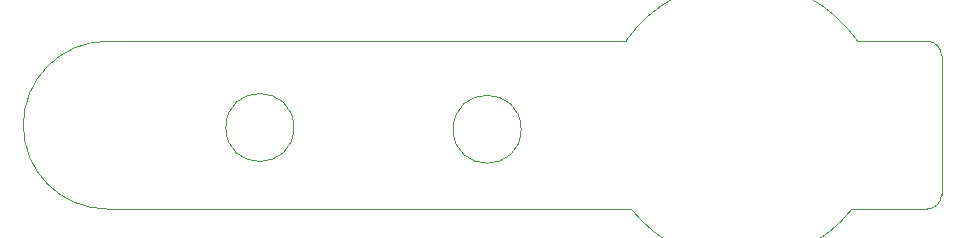
<source format=gm1>
%TF.GenerationSoftware,KiCad,Pcbnew,8.0.1*%
%TF.CreationDate,2024-07-03T00:43:57+03:00*%
%TF.ProjectId,Project 1 - LED Torch,50726f6a-6563-4742-9031-202d204c4544,0.1*%
%TF.SameCoordinates,Original*%
%TF.FileFunction,Profile,NP*%
%FSLAX46Y46*%
G04 Gerber Fmt 4.6, Leading zero omitted, Abs format (unit mm)*
G04 Created by KiCad (PCBNEW 8.0.1) date 2024-07-03 00:43:57*
%MOMM*%
%LPD*%
G01*
G04 APERTURE LIST*
%TA.AperFunction,Profile*%
%ADD10C,0.100000*%
%TD*%
%TA.AperFunction,Profile*%
%ADD11C,0.050000*%
%TD*%
G04 APERTURE END LIST*
D10*
X170349989Y-99150521D02*
X170350000Y-110875000D01*
D11*
X162775000Y-112100000D02*
X169125000Y-112100000D01*
D10*
X99650000Y-97900000D02*
X143600000Y-97900000D01*
D11*
X170350000Y-110875000D02*
G75*
G02*
X169125000Y-112100000I-1225000J0D01*
G01*
X169150000Y-97900000D02*
G75*
G02*
X170349989Y-99150521I-25000J-1225000D01*
G01*
X115500978Y-105200000D02*
G75*
G02*
X109749022Y-105200000I-2875978J0D01*
G01*
X109749022Y-105200000D02*
G75*
G02*
X115500978Y-105200000I2875978J0D01*
G01*
X134750978Y-105350000D02*
G75*
G02*
X128999022Y-105350000I-2875978J0D01*
G01*
X128999022Y-105350000D02*
G75*
G02*
X134750978Y-105350000I2875978J0D01*
G01*
X163250000Y-97900000D02*
X169150000Y-97900000D01*
X143600000Y-97900000D02*
G75*
G02*
X163250000Y-97900000I9825000J-6825001D01*
G01*
X99650000Y-112100176D02*
G75*
G02*
X99649999Y-97899824I50000J7100176D01*
G01*
D10*
X144075000Y-112100000D02*
X99650000Y-112100176D01*
D11*
X162774999Y-112099999D02*
G75*
G02*
X144075001Y-112099999I-9349999J7400000D01*
G01*
M02*

</source>
